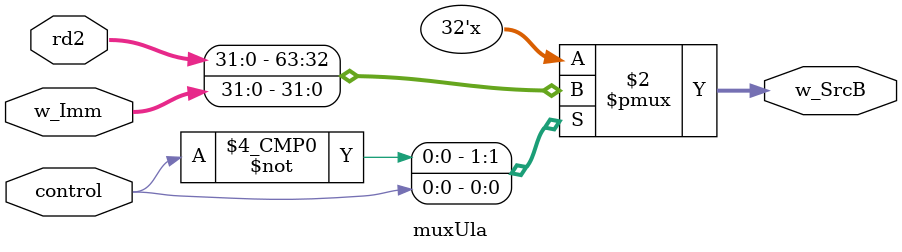
<source format=sv>
module muxUla (
	input control,
	input [31:0] rd2,
	input [31:0] w_Imm,
	output [31:0] w_SrcB
);

	always @(*)begin
		case(control)
			1'b0: w_SrcB = rd2;
			1'b1: w_SrcB = w_Imm;
			default: w_SrcB = 0;
		endcase
	end
	
endmodule

</source>
